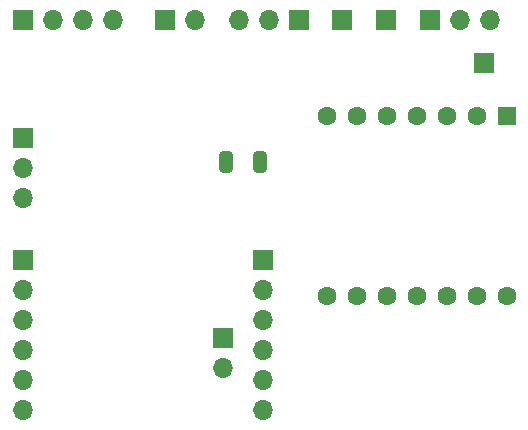
<source format=gbr>
%TF.GenerationSoftware,KiCad,Pcbnew,7.0.9*%
%TF.CreationDate,2024-04-08T13:50:44+02:00*%
%TF.ProjectId,Test_1,54657374-5f31-42e6-9b69-6361645f7063,rev?*%
%TF.SameCoordinates,Original*%
%TF.FileFunction,Soldermask,Bot*%
%TF.FilePolarity,Negative*%
%FSLAX46Y46*%
G04 Gerber Fmt 4.6, Leading zero omitted, Abs format (unit mm)*
G04 Created by KiCad (PCBNEW 7.0.9) date 2024-04-08 13:50:44*
%MOMM*%
%LPD*%
G01*
G04 APERTURE LIST*
G04 Aperture macros list*
%AMRoundRect*
0 Rectangle with rounded corners*
0 $1 Rounding radius*
0 $2 $3 $4 $5 $6 $7 $8 $9 X,Y pos of 4 corners*
0 Add a 4 corners polygon primitive as box body*
4,1,4,$2,$3,$4,$5,$6,$7,$8,$9,$2,$3,0*
0 Add four circle primitives for the rounded corners*
1,1,$1+$1,$2,$3*
1,1,$1+$1,$4,$5*
1,1,$1+$1,$6,$7*
1,1,$1+$1,$8,$9*
0 Add four rect primitives between the rounded corners*
20,1,$1+$1,$2,$3,$4,$5,0*
20,1,$1+$1,$4,$5,$6,$7,0*
20,1,$1+$1,$6,$7,$8,$9,0*
20,1,$1+$1,$8,$9,$2,$3,0*%
G04 Aperture macros list end*
%ADD10R,1.700000X1.700000*%
%ADD11O,1.700000X1.700000*%
%ADD12R,1.600000X1.600000*%
%ADD13C,1.600000*%
%ADD14RoundRect,0.250000X-0.325000X-0.650000X0.325000X-0.650000X0.325000X0.650000X-0.325000X0.650000X0*%
G04 APERTURE END LIST*
D10*
%TO.C,JP1*%
X113200000Y-121200000D03*
D11*
X115740000Y-121200000D03*
X118280000Y-121200000D03*
%TD*%
D10*
%TO.C,JP2*%
X102100000Y-121200000D03*
D11*
X99560000Y-121200000D03*
X97020000Y-121200000D03*
%TD*%
D10*
%TO.C,J6*%
X109500000Y-121200000D03*
%TD*%
%TO.C,JP3*%
X78740000Y-131200000D03*
D11*
X78740000Y-133740000D03*
X78740000Y-136280000D03*
%TD*%
D10*
%TO.C,J5*%
X105800000Y-121200000D03*
%TD*%
%TO.C,J2*%
X95700000Y-148125000D03*
D11*
X95700000Y-150665000D03*
%TD*%
D10*
%TO.C,J3*%
X90760000Y-121200000D03*
D11*
X93300000Y-121200000D03*
%TD*%
D12*
%TO.C,U2*%
X119720000Y-129280000D03*
D13*
X117180000Y-129280000D03*
X114640000Y-129280000D03*
X112100000Y-129280000D03*
X109560000Y-129280000D03*
X107020000Y-129280000D03*
X104480000Y-129280000D03*
X104480000Y-144520000D03*
X107020000Y-144520000D03*
X109560000Y-144520000D03*
X112100000Y-144520000D03*
X114640000Y-144520000D03*
X117180000Y-144520000D03*
X119720000Y-144520000D03*
%TD*%
D14*
%TO.C,C6*%
X95925000Y-133200000D03*
X98875000Y-133200000D03*
%TD*%
D10*
%TO.C,J1*%
X78740000Y-121158000D03*
D11*
X81280000Y-121158000D03*
X83820000Y-121158000D03*
X86360000Y-121158000D03*
%TD*%
D10*
%TO.C,J106*%
X99060000Y-141478000D03*
D11*
X99060000Y-144018000D03*
X99060000Y-146558000D03*
X99060000Y-149098000D03*
X99060000Y-151638000D03*
X99060000Y-154178000D03*
%TD*%
D10*
%TO.C,J4*%
X117790000Y-124790000D03*
%TD*%
%TO.C,J105*%
X78740000Y-141478000D03*
D11*
X78740000Y-144018000D03*
X78740000Y-146558000D03*
X78740000Y-149098000D03*
X78740000Y-151638000D03*
X78740000Y-154178000D03*
%TD*%
M02*

</source>
